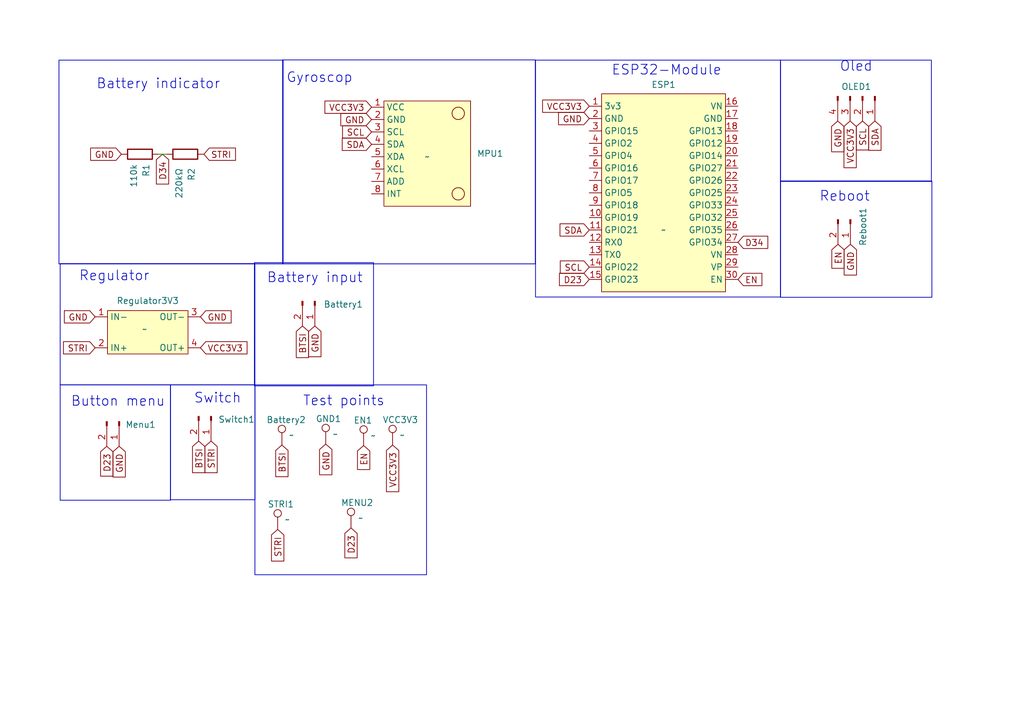
<source format=kicad_sch>
(kicad_sch (version 20230121) (generator eeschema)

  (uuid f46c33c8-782a-49f5-971c-27a888433346)

  (paper "A5")

  (title_block
    (title "Gyroscopic controller")
    (rev "Dominik Klein")
  )

  (lib_symbols
    (symbol "Connector:Conn_01x02_Pin" (pin_names (offset 1.016) hide) (in_bom yes) (on_board yes)
      (property "Reference" "J" (at 0 2.54 0)
        (effects (font (size 1.27 1.27)))
      )
      (property "Value" "Conn_01x02_Pin" (at 0 -5.08 0)
        (effects (font (size 1.27 1.27)))
      )
      (property "Footprint" "" (at 0 0 0)
        (effects (font (size 1.27 1.27)) hide)
      )
      (property "Datasheet" "~" (at 0 0 0)
        (effects (font (size 1.27 1.27)) hide)
      )
      (property "ki_locked" "" (at 0 0 0)
        (effects (font (size 1.27 1.27)))
      )
      (property "ki_keywords" "connector" (at 0 0 0)
        (effects (font (size 1.27 1.27)) hide)
      )
      (property "ki_description" "Generic connector, single row, 01x02, script generated" (at 0 0 0)
        (effects (font (size 1.27 1.27)) hide)
      )
      (property "ki_fp_filters" "Connector*:*_1x??_*" (at 0 0 0)
        (effects (font (size 1.27 1.27)) hide)
      )
      (symbol "Conn_01x02_Pin_1_1"
        (polyline
          (pts
            (xy 1.27 -2.54)
            (xy 0.8636 -2.54)
          )
          (stroke (width 0.1524) (type default))
          (fill (type none))
        )
        (polyline
          (pts
            (xy 1.27 0)
            (xy 0.8636 0)
          )
          (stroke (width 0.1524) (type default))
          (fill (type none))
        )
        (rectangle (start 0.8636 -2.413) (end 0 -2.667)
          (stroke (width 0.1524) (type default))
          (fill (type outline))
        )
        (rectangle (start 0.8636 0.127) (end 0 -0.127)
          (stroke (width 0.1524) (type default))
          (fill (type outline))
        )
        (pin passive line (at 5.08 0 180) (length 3.81)
          (name "Pin_1" (effects (font (size 1.27 1.27))))
          (number "1" (effects (font (size 1.27 1.27))))
        )
        (pin passive line (at 5.08 -2.54 180) (length 3.81)
          (name "Pin_2" (effects (font (size 1.27 1.27))))
          (number "2" (effects (font (size 1.27 1.27))))
        )
      )
    )
    (symbol "Connector:Conn_01x04_Pin" (pin_names (offset 1.016) hide) (in_bom yes) (on_board yes)
      (property "Reference" "J" (at 0 5.08 0)
        (effects (font (size 1.27 1.27)))
      )
      (property "Value" "Conn_01x04_Pin" (at 0 -7.62 0)
        (effects (font (size 1.27 1.27)))
      )
      (property "Footprint" "" (at 0 0 0)
        (effects (font (size 1.27 1.27)) hide)
      )
      (property "Datasheet" "~" (at 0 0 0)
        (effects (font (size 1.27 1.27)) hide)
      )
      (property "ki_locked" "" (at 0 0 0)
        (effects (font (size 1.27 1.27)))
      )
      (property "ki_keywords" "connector" (at 0 0 0)
        (effects (font (size 1.27 1.27)) hide)
      )
      (property "ki_description" "Generic connector, single row, 01x04, script generated" (at 0 0 0)
        (effects (font (size 1.27 1.27)) hide)
      )
      (property "ki_fp_filters" "Connector*:*_1x??_*" (at 0 0 0)
        (effects (font (size 1.27 1.27)) hide)
      )
      (symbol "Conn_01x04_Pin_1_1"
        (polyline
          (pts
            (xy 1.27 -5.08)
            (xy 0.8636 -5.08)
          )
          (stroke (width 0.1524) (type default))
          (fill (type none))
        )
        (polyline
          (pts
            (xy 1.27 -2.54)
            (xy 0.8636 -2.54)
          )
          (stroke (width 0.1524) (type default))
          (fill (type none))
        )
        (polyline
          (pts
            (xy 1.27 0)
            (xy 0.8636 0)
          )
          (stroke (width 0.1524) (type default))
          (fill (type none))
        )
        (polyline
          (pts
            (xy 1.27 2.54)
            (xy 0.8636 2.54)
          )
          (stroke (width 0.1524) (type default))
          (fill (type none))
        )
        (rectangle (start 0.8636 -4.953) (end 0 -5.207)
          (stroke (width 0.1524) (type default))
          (fill (type outline))
        )
        (rectangle (start 0.8636 -2.413) (end 0 -2.667)
          (stroke (width 0.1524) (type default))
          (fill (type outline))
        )
        (rectangle (start 0.8636 0.127) (end 0 -0.127)
          (stroke (width 0.1524) (type default))
          (fill (type outline))
        )
        (rectangle (start 0.8636 2.667) (end 0 2.413)
          (stroke (width 0.1524) (type default))
          (fill (type outline))
        )
        (pin passive line (at 5.08 2.54 180) (length 3.81)
          (name "Pin_1" (effects (font (size 1.27 1.27))))
          (number "1" (effects (font (size 1.27 1.27))))
        )
        (pin passive line (at 5.08 0 180) (length 3.81)
          (name "Pin_2" (effects (font (size 1.27 1.27))))
          (number "2" (effects (font (size 1.27 1.27))))
        )
        (pin passive line (at 5.08 -2.54 180) (length 3.81)
          (name "Pin_3" (effects (font (size 1.27 1.27))))
          (number "3" (effects (font (size 1.27 1.27))))
        )
        (pin passive line (at 5.08 -5.08 180) (length 3.81)
          (name "Pin_4" (effects (font (size 1.27 1.27))))
          (number "4" (effects (font (size 1.27 1.27))))
        )
      )
    )
    (symbol "Connector:TestPoint" (pin_numbers hide) (pin_names (offset 0.762) hide) (in_bom yes) (on_board yes)
      (property "Reference" "TP" (at 0 6.858 0)
        (effects (font (size 1.27 1.27)))
      )
      (property "Value" "TestPoint" (at 0 5.08 0)
        (effects (font (size 1.27 1.27)))
      )
      (property "Footprint" "" (at 5.08 0 0)
        (effects (font (size 1.27 1.27)) hide)
      )
      (property "Datasheet" "~" (at 5.08 0 0)
        (effects (font (size 1.27 1.27)) hide)
      )
      (property "ki_keywords" "test point tp" (at 0 0 0)
        (effects (font (size 1.27 1.27)) hide)
      )
      (property "ki_description" "test point" (at 0 0 0)
        (effects (font (size 1.27 1.27)) hide)
      )
      (property "ki_fp_filters" "Pin* Test*" (at 0 0 0)
        (effects (font (size 1.27 1.27)) hide)
      )
      (symbol "TestPoint_0_1"
        (circle (center 0 3.302) (radius 0.762)
          (stroke (width 0) (type default))
          (fill (type none))
        )
      )
      (symbol "TestPoint_1_1"
        (pin passive line (at 0 0 90) (length 2.54)
          (name "1" (effects (font (size 1.27 1.27))))
          (number "1" (effects (font (size 1.27 1.27))))
        )
      )
    )
    (symbol "Device:R" (pin_numbers hide) (pin_names (offset 0)) (in_bom yes) (on_board yes)
      (property "Reference" "R" (at 2.032 0 90)
        (effects (font (size 1.27 1.27)))
      )
      (property "Value" "R" (at 0 0 90)
        (effects (font (size 1.27 1.27)))
      )
      (property "Footprint" "" (at -1.778 0 90)
        (effects (font (size 1.27 1.27)) hide)
      )
      (property "Datasheet" "~" (at 0 0 0)
        (effects (font (size 1.27 1.27)) hide)
      )
      (property "ki_keywords" "R res resistor" (at 0 0 0)
        (effects (font (size 1.27 1.27)) hide)
      )
      (property "ki_description" "Resistor" (at 0 0 0)
        (effects (font (size 1.27 1.27)) hide)
      )
      (property "ki_fp_filters" "R_*" (at 0 0 0)
        (effects (font (size 1.27 1.27)) hide)
      )
      (symbol "R_0_1"
        (rectangle (start -1.016 -2.54) (end 1.016 2.54)
          (stroke (width 0.254) (type default))
          (fill (type none))
        )
      )
      (symbol "R_1_1"
        (pin passive line (at 0 3.81 270) (length 1.27)
          (name "~" (effects (font (size 1.27 1.27))))
          (number "1" (effects (font (size 1.27 1.27))))
        )
        (pin passive line (at 0 -3.81 90) (length 1.27)
          (name "~" (effects (font (size 1.27 1.27))))
          (number "2" (effects (font (size 1.27 1.27))))
        )
      )
    )
    (symbol "Gyroskopicke-pomucky:ESP32" (in_bom yes) (on_board yes)
      (property "Reference" "ESP32" (at 0 -11.43 0)
        (effects (font (size 1.27 1.27)))
      )
      (property "Value" "" (at 0 0 0)
        (effects (font (size 1.27 1.27)))
      )
      (property "Footprint" "Gyroskopicke-pomucky:ESP32_30Pin_Module" (at 1.27 -13.97 0)
        (effects (font (size 1.27 1.27)) hide)
      )
      (property "Datasheet" "" (at 0 0 0)
        (effects (font (size 1.27 1.27)) hide)
      )
      (symbol "ESP32_1_1"
        (rectangle (start -12.7 27.94) (end 12.7 -12.7)
          (stroke (width 0) (type default))
          (fill (type background))
        )
        (pin input line (at -15.24 25.4 0) (length 2.54)
          (name "3v3" (effects (font (size 1.27 1.27))))
          (number "1" (effects (font (size 1.27 1.27))))
        )
        (pin input line (at -15.24 2.54 0) (length 2.54)
          (name "GPIO19" (effects (font (size 1.27 1.27))))
          (number "10" (effects (font (size 1.27 1.27))))
        )
        (pin input line (at -15.24 0 0) (length 2.54)
          (name "GPIO21" (effects (font (size 1.27 1.27))))
          (number "11" (effects (font (size 1.27 1.27))))
        )
        (pin input line (at -15.24 -2.54 0) (length 2.54)
          (name "RX0" (effects (font (size 1.27 1.27))))
          (number "12" (effects (font (size 1.27 1.27))))
        )
        (pin input line (at -15.24 -5.08 0) (length 2.54)
          (name "TX0" (effects (font (size 1.27 1.27))))
          (number "13" (effects (font (size 1.27 1.27))))
        )
        (pin input line (at -15.24 -7.62 0) (length 2.54)
          (name "GPIO22" (effects (font (size 1.27 1.27))))
          (number "14" (effects (font (size 1.27 1.27))))
        )
        (pin input line (at -15.24 -10.16 0) (length 2.54)
          (name "GPIO23" (effects (font (size 1.27 1.27))))
          (number "15" (effects (font (size 1.27 1.27))))
        )
        (pin input line (at 15.24 25.4 180) (length 2.54)
          (name "VN" (effects (font (size 1.27 1.27))))
          (number "16" (effects (font (size 1.27 1.27))))
        )
        (pin input line (at 15.24 22.86 180) (length 2.54)
          (name "GND" (effects (font (size 1.27 1.27))))
          (number "17" (effects (font (size 1.27 1.27))))
        )
        (pin input line (at 15.24 20.32 180) (length 2.54)
          (name "GPIO13" (effects (font (size 1.27 1.27))))
          (number "18" (effects (font (size 1.27 1.27))))
        )
        (pin input line (at 15.24 17.78 180) (length 2.54)
          (name "GPIO12" (effects (font (size 1.27 1.27))))
          (number "19" (effects (font (size 1.27 1.27))))
        )
        (pin input line (at -15.24 22.86 0) (length 2.54)
          (name "GND" (effects (font (size 1.27 1.27))))
          (number "2" (effects (font (size 1.27 1.27))))
        )
        (pin input line (at 15.24 15.24 180) (length 2.54)
          (name "GPIO14" (effects (font (size 1.27 1.27))))
          (number "20" (effects (font (size 1.27 1.27))))
        )
        (pin input line (at 15.24 12.7 180) (length 2.54)
          (name "GPIO27" (effects (font (size 1.27 1.27))))
          (number "21" (effects (font (size 1.27 1.27))))
        )
        (pin input line (at 15.24 10.16 180) (length 2.54)
          (name "GPIO26" (effects (font (size 1.27 1.27))))
          (number "22" (effects (font (size 1.27 1.27))))
        )
        (pin input line (at 15.24 7.62 180) (length 2.54)
          (name "GPIO25" (effects (font (size 1.27 1.27))))
          (number "23" (effects (font (size 1.27 1.27))))
        )
        (pin input line (at 15.24 5.08 180) (length 2.54)
          (name "GPIO33" (effects (font (size 1.27 1.27))))
          (number "24" (effects (font (size 1.27 1.27))))
        )
        (pin input line (at 15.24 2.54 180) (length 2.54)
          (name "GPIO32" (effects (font (size 1.27 1.27))))
          (number "25" (effects (font (size 1.27 1.27))))
        )
        (pin input line (at 15.24 0 180) (length 2.54)
          (name "GPIO35" (effects (font (size 1.27 1.27))))
          (number "26" (effects (font (size 1.27 1.27))))
        )
        (pin input line (at 15.24 -2.54 180) (length 2.54)
          (name "GPIO34" (effects (font (size 1.27 1.27))))
          (number "27" (effects (font (size 1.27 1.27))))
        )
        (pin input line (at 15.24 -5.08 180) (length 2.54)
          (name "VN" (effects (font (size 1.27 1.27))))
          (number "28" (effects (font (size 1.27 1.27))))
        )
        (pin input line (at 15.24 -7.62 180) (length 2.54)
          (name "VP" (effects (font (size 1.27 1.27))))
          (number "29" (effects (font (size 1.27 1.27))))
        )
        (pin input line (at -15.24 20.32 0) (length 2.54)
          (name "GPIO15" (effects (font (size 1.27 1.27))))
          (number "3" (effects (font (size 1.27 1.27))))
        )
        (pin input line (at 15.24 -10.16 180) (length 2.54)
          (name "EN" (effects (font (size 1.27 1.27))))
          (number "30" (effects (font (size 1.27 1.27))))
        )
        (pin input line (at -15.24 17.78 0) (length 2.54)
          (name "GPIO2" (effects (font (size 1.27 1.27))))
          (number "4" (effects (font (size 1.27 1.27))))
        )
        (pin input line (at -15.24 15.24 0) (length 2.54)
          (name "GPIO4" (effects (font (size 1.27 1.27))))
          (number "5" (effects (font (size 1.27 1.27))))
        )
        (pin input line (at -15.24 12.7 0) (length 2.54)
          (name "GPIO16" (effects (font (size 1.27 1.27))))
          (number "6" (effects (font (size 1.27 1.27))))
        )
        (pin input line (at -15.24 10.16 0) (length 2.54)
          (name "GPIO17" (effects (font (size 1.27 1.27))))
          (number "7" (effects (font (size 1.27 1.27))))
        )
        (pin input line (at -15.24 7.62 0) (length 2.54)
          (name "GPIO5" (effects (font (size 1.27 1.27))))
          (number "8" (effects (font (size 1.27 1.27))))
        )
        (pin input line (at -15.24 5.08 0) (length 2.54)
          (name "GPIO18" (effects (font (size 1.27 1.27))))
          (number "9" (effects (font (size 1.27 1.27))))
        )
      )
    )
    (symbol "Gyroskopicke-pomucky:Gyroskop" (in_bom yes) (on_board yes)
      (property "Reference" "MPU6050" (at 0 -16.51 0)
        (effects (font (size 1.27 1.27)))
      )
      (property "Value" "" (at 0 0 0)
        (effects (font (size 1.27 1.27)))
      )
      (property "Footprint" "" (at 0 0 0)
        (effects (font (size 1.27 1.27)) hide)
      )
      (property "Datasheet" "" (at 0 0 0)
        (effects (font (size 1.27 1.27)) hide)
      )
      (symbol "Gyroskop_1_1"
        (rectangle (start -8.89 11.43) (end 8.89 -10.16)
          (stroke (width 0) (type default))
          (fill (type background))
        )
        (circle (center 6.35 -7.62) (radius 1.27)
          (stroke (width 0) (type default))
          (fill (type none))
        )
        (circle (center 6.35 8.89) (radius 1.27)
          (stroke (width 0) (type default))
          (fill (type none))
        )
        (pin input line (at -11.43 10.16 0) (length 2.54)
          (name "VCC" (effects (font (size 1.27 1.27))))
          (number "1" (effects (font (size 1.27 1.27))))
        )
        (pin input line (at -11.43 7.62 0) (length 2.54)
          (name "GND" (effects (font (size 1.27 1.27))))
          (number "2" (effects (font (size 1.27 1.27))))
        )
        (pin input line (at -11.43 5.08 0) (length 2.54)
          (name "SCL" (effects (font (size 1.27 1.27))))
          (number "3" (effects (font (size 1.27 1.27))))
        )
        (pin input line (at -11.43 2.54 0) (length 2.54)
          (name "SDA" (effects (font (size 1.27 1.27))))
          (number "4" (effects (font (size 1.27 1.27))))
        )
        (pin input line (at -11.43 0 0) (length 2.54)
          (name "XDA" (effects (font (size 1.27 1.27))))
          (number "5" (effects (font (size 1.27 1.27))))
        )
        (pin input line (at -11.43 -2.54 0) (length 2.54)
          (name "XCL" (effects (font (size 1.27 1.27))))
          (number "6" (effects (font (size 1.27 1.27))))
        )
        (pin input line (at -11.43 -5.08 0) (length 2.54)
          (name "ADD" (effects (font (size 1.27 1.27))))
          (number "7" (effects (font (size 1.27 1.27))))
        )
        (pin input line (at -11.43 -7.62 0) (length 2.54)
          (name "INT" (effects (font (size 1.27 1.27))))
          (number "8" (effects (font (size 1.27 1.27))))
        )
      )
    )
    (symbol "Regulator_1" (in_bom yes) (on_board yes)
      (property "Reference" "Regulator3V3" (at 0 5.08 0)
        (effects (font (size 1.27 1.27)))
      )
      (property "Value" "" (at 0 0 0)
        (effects (font (size 1.27 1.27)))
      )
      (property "Footprint" "Gyroskopicke-pomucky:Regulator" (at 0 -7.62 0)
        (effects (font (size 1.27 1.27)) hide)
      )
      (property "Datasheet" "" (at 0 0 0)
        (effects (font (size 1.27 1.27)) hide)
      )
      (symbol "Regulator_1_1_1"
        (rectangle (start -7.62 3.81) (end 8.89 -5.08)
          (stroke (width 0) (type default))
          (fill (type background))
        )
        (pin input line (at -10.16 2.54 0) (length 2.54)
          (name "IN-" (effects (font (size 1.27 1.27))))
          (number "1" (effects (font (size 1.27 1.27))))
        )
        (pin input line (at -10.16 -3.81 0) (length 2.54)
          (name "IN+" (effects (font (size 1.27 1.27))))
          (number "2" (effects (font (size 1.27 1.27))))
        )
        (pin input line (at 11.43 2.54 180) (length 2.54)
          (name "OUT-" (effects (font (size 1.27 1.27))))
          (number "3" (effects (font (size 1.27 1.27))))
        )
        (pin input line (at 11.43 -3.81 180) (length 2.54)
          (name "OUT+" (effects (font (size 1.27 1.27))))
          (number "4" (effects (font (size 1.27 1.27))))
        )
      )
    )
  )


  (wire (pts (xy 34.1884 31.6484) (xy 32.512 31.6484))
    (stroke (width 0) (type default))
    (uuid 24ae18e0-6c06-444d-890f-6374ce5c57b7)
  )

  (rectangle (start 52.2732 78.994) (end 87.4776 117.9576)
    (stroke (width 0) (type default))
    (fill (type none))
    (uuid 84373380-8c4e-4f55-8895-e78752065d8b)
  )
  (rectangle (start 160.0708 37.1348) (end 191.1096 61.0108)
    (stroke (width 0) (type default))
    (fill (type none))
    (uuid aab4d5d6-1fc8-483f-a5f1-8bc30b0504f1)
  )
  (rectangle (start 34.9504 78.994) (end 52.2732 102.5652)
    (stroke (width 0) (type default))
    (fill (type none))
    (uuid b1da384c-a982-4e9d-9b76-55103a3b554e)
  )
  (rectangle (start 12.3444 54.102) (end 52.2732 78.994)
    (stroke (width 0) (type default))
    (fill (type none))
    (uuid ce2eea9f-6a35-44f0-92c8-9467e234a583)
  )
  (rectangle (start 57.9628 12.2936) (end 109.7788 54.1528)
    (stroke (width 0) (type default))
    (fill (type none))
    (uuid ce5316ca-6fb9-4ed5-aa1e-8beccb783e97)
  )
  (rectangle (start 109.8296 12.3444) (end 160.0708 60.96)
    (stroke (width 0) (type default))
    (fill (type none))
    (uuid d71bc247-0a7d-4f37-8b08-9b2d733100ba)
  )
  (rectangle (start 160.0708 12.3444) (end 191.008 37.2364)
    (stroke (width 0) (type default))
    (fill (type none))
    (uuid d9c08bc0-2a5c-49b3-b766-9f3e57686b23)
  )
  (rectangle (start 12.3444 78.994) (end 34.9504 102.6668)
    (stroke (width 0) (type default))
    (fill (type none))
    (uuid dc518b70-819c-4d70-a8dc-89f36319f9b5)
  )
  (rectangle (start 12.0904 12.3444) (end 58.0644 54.1528)
    (stroke (width 0) (type default))
    (fill (type none))
    (uuid ef2530a8-86b3-446f-ab3f-60fc149d35fe)
  )
  (rectangle (start 52.1716 53.8988) (end 76.6064 79.1972)
    (stroke (width 0) (type default))
    (fill (type none))
    (uuid fd2306d0-85b4-48b8-922b-00e4a8a7d658)
  )

  (text "Button menu\n" (at 14.478 83.6676 0)
    (effects (font (size 2 2)) (justify left bottom))
    (uuid 3ce0209f-df2a-4dde-97e4-df4bcc871e9e)
  )
  (text "Reboot\n\n" (at 167.9956 44.8056 0)
    (effects (font (size 2 2)) (justify left bottom))
    (uuid 429b915e-731c-481b-80a9-7dc96d858b3a)
  )
  (text "ESP32-Module" (at 125.3744 15.6972 0)
    (effects (font (size 2 2)) (justify left bottom))
    (uuid 4b8c2468-0322-4862-9475-4a03a4e2dc9d)
  )
  (text "Gyroscop\n\n\n" (at 58.674 23.6728 0)
    (effects (font (size 2 2)) (justify left bottom))
    (uuid 574fbfab-816a-42f6-ae31-14f36af88d45)
  )
  (text "Regulator\n" (at 16.1544 57.912 0)
    (effects (font (size 2 2)) (justify left bottom))
    (uuid 672a3ba4-420d-4dbf-b443-af96c77295d1)
  )
  (text "Oled\n\n" (at 172.1612 18.1356 0)
    (effects (font (size 2 2)) (justify left bottom))
    (uuid 6ee9e5a1-d4ed-4d62-8ac9-e48a46901d18)
  )
  (text "Battery indicator\n\n\n" (at 19.7104 24.9428 0)
    (effects (font (size 2 2)) (justify left bottom))
    (uuid 7298273f-14ac-42cb-a5d9-d7bf0dcdaf7b)
  )
  (text "Battery input\n\n" (at 54.6608 61.5188 0)
    (effects (font (size 2 2)) (justify left bottom))
    (uuid 7aad5b9d-f3b7-43c9-98d4-d32564652d17)
  )
  (text "Switch\n" (at 39.7256 83.0072 0)
    (effects (font (size 2 2)) (justify left bottom))
    (uuid d579d189-cbf6-4f0e-9726-bd98ee88ae3f)
  )
  (text "Test points\n" (at 62.0776 83.566 0)
    (effects (font (size 2 2)) (justify left bottom))
    (uuid e7fc5ca7-426a-4717-b722-97d1e655c5ca)
  )

  (global_label "BTSI" (shape input) (at 62.0268 66.9036 270) (fields_autoplaced)
    (effects (font (size 1.27 1.27)) (justify right))
    (uuid 076a99e5-264a-4f09-b173-deba337a6415)
    (property "Intersheetrefs" "${INTERSHEET_REFS}" (at 62.0268 73.9407 90)
      (effects (font (size 1.27 1.27)) (justify right) hide)
    )
  )
  (global_label "SCL" (shape input) (at 176.8856 24.8412 270) (fields_autoplaced)
    (effects (font (size 1.27 1.27)) (justify right))
    (uuid 08a9fa4a-8cf9-4347-919b-5aa339a8a1fb)
    (property "Intersheetrefs" "${INTERSHEET_REFS}" (at 176.8856 31.334 90)
      (effects (font (size 1.27 1.27)) (justify right) hide)
    )
  )
  (global_label "VCC3V3" (shape input) (at 80.518 91.3384 270) (fields_autoplaced)
    (effects (font (size 1.27 1.27)) (justify right))
    (uuid 1502a40e-c438-400d-a6c0-b24cdb73167e)
    (property "Intersheetrefs" "${INTERSHEET_REFS}" (at 80.518 101.4598 90)
      (effects (font (size 1.27 1.27)) (justify right) hide)
    )
  )
  (global_label "GND" (shape input) (at 24.892 31.6484 180) (fields_autoplaced)
    (effects (font (size 1.27 1.27)) (justify right))
    (uuid 26299a52-8dd0-4fb6-85ce-6792defe1d3b)
    (property "Intersheetrefs" "${INTERSHEET_REFS}" (at 18.0363 31.6484 0)
      (effects (font (size 1.27 1.27)) (justify right) hide)
    )
  )
  (global_label "D34" (shape input) (at 151.3332 49.7332 0) (fields_autoplaced)
    (effects (font (size 1.27 1.27)) (justify left))
    (uuid 30306e90-30c2-49f0-9399-78044e9400b0)
    (property "Intersheetrefs" "${INTERSHEET_REFS}" (at 158.0074 49.7332 0)
      (effects (font (size 1.27 1.27)) (justify left) hide)
    )
  )
  (global_label "STRI" (shape input) (at 41.8084 31.6484 0) (fields_autoplaced)
    (effects (font (size 1.27 1.27)) (justify left))
    (uuid 3090365e-fdaf-4a52-99e3-38b0444f61a1)
    (property "Intersheetrefs" "${INTERSHEET_REFS}" (at 48.8455 31.6484 0)
      (effects (font (size 1.27 1.27)) (justify left) hide)
    )
  )
  (global_label "D34" (shape input) (at 33.3291 31.6484 270) (fields_autoplaced)
    (effects (font (size 1.27 1.27)) (justify right))
    (uuid 32066b88-854f-4e05-ab7f-7c462084a7f5)
    (property "Intersheetrefs" "${INTERSHEET_REFS}" (at 33.3291 38.3226 90)
      (effects (font (size 1.27 1.27)) (justify right) hide)
    )
  )
  (global_label "VCC3V3" (shape input) (at 76.2 21.9964 180) (fields_autoplaced)
    (effects (font (size 1.27 1.27)) (justify right))
    (uuid 3d8b537f-f669-423d-845f-e69fa111b754)
    (property "Intersheetrefs" "${INTERSHEET_REFS}" (at 66.0786 21.9964 0)
      (effects (font (size 1.27 1.27)) (justify right) hide)
    )
  )
  (global_label "GND" (shape input) (at 171.8056 24.8412 270) (fields_autoplaced)
    (effects (font (size 1.27 1.27)) (justify right))
    (uuid 3ed60dde-5f72-4e86-8b27-af7e2475edb4)
    (property "Intersheetrefs" "${INTERSHEET_REFS}" (at 171.8056 31.6969 90)
      (effects (font (size 1.27 1.27)) (justify right) hide)
    )
  )
  (global_label "GND" (shape input) (at 76.2 24.5364 180) (fields_autoplaced)
    (effects (font (size 1.27 1.27)) (justify right))
    (uuid 4ec4db61-dd00-468d-9381-90f80cd4e421)
    (property "Intersheetrefs" "${INTERSHEET_REFS}" (at 69.3443 24.5364 0)
      (effects (font (size 1.27 1.27)) (justify right) hide)
    )
  )
  (global_label "SDA" (shape input) (at 179.4256 24.8412 270) (fields_autoplaced)
    (effects (font (size 1.27 1.27)) (justify right))
    (uuid 5c1791b9-c356-47a2-b333-9465d202cb72)
    (property "Intersheetrefs" "${INTERSHEET_REFS}" (at 179.4256 31.3945 90)
      (effects (font (size 1.27 1.27)) (justify right) hide)
    )
  )
  (global_label "GND" (shape input) (at 120.8532 24.3332 180) (fields_autoplaced)
    (effects (font (size 1.27 1.27)) (justify right))
    (uuid 6039eb1f-c736-4b6e-bdbf-fdd7f88e9387)
    (property "Intersheetrefs" "${INTERSHEET_REFS}" (at 113.9975 24.3332 0)
      (effects (font (size 1.27 1.27)) (justify right) hide)
    )
  )
  (global_label "GND" (shape input) (at 19.5072 65.024 180) (fields_autoplaced)
    (effects (font (size 1.27 1.27)) (justify right))
    (uuid 68c0d79c-0fe0-48e8-ab38-584a92e796f1)
    (property "Intersheetrefs" "${INTERSHEET_REFS}" (at 12.6515 65.024 0)
      (effects (font (size 1.27 1.27)) (justify right) hide)
    )
  )
  (global_label "SDA" (shape input) (at 120.8532 47.1932 180) (fields_autoplaced)
    (effects (font (size 1.27 1.27)) (justify right))
    (uuid 6de43bb9-dbae-4664-9143-367c1cbe4458)
    (property "Intersheetrefs" "${INTERSHEET_REFS}" (at 114.2999 47.1932 0)
      (effects (font (size 1.27 1.27)) (justify right) hide)
    )
  )
  (global_label "VCC3V3" (shape input) (at 41.0972 71.374 0) (fields_autoplaced)
    (effects (font (size 1.27 1.27)) (justify left))
    (uuid 7b57ddb1-9c69-421d-90c8-643481c78344)
    (property "Intersheetrefs" "${INTERSHEET_REFS}" (at 51.2186 71.374 0)
      (effects (font (size 1.27 1.27)) (justify left) hide)
    )
  )
  (global_label "BTSI" (shape input) (at 40.7416 90.5256 270) (fields_autoplaced)
    (effects (font (size 1.27 1.27)) (justify right))
    (uuid 7b64aa25-e012-4a30-87c8-3540c81bc4b1)
    (property "Intersheetrefs" "${INTERSHEET_REFS}" (at 40.7416 97.5627 90)
      (effects (font (size 1.27 1.27)) (justify right) hide)
    )
  )
  (global_label "SCL" (shape input) (at 76.2 27.0764 180) (fields_autoplaced)
    (effects (font (size 1.27 1.27)) (justify right))
    (uuid 8091eda2-ed0b-42ff-96fb-b315b06a889a)
    (property "Intersheetrefs" "${INTERSHEET_REFS}" (at 69.7072 27.0764 0)
      (effects (font (size 1.27 1.27)) (justify right) hide)
    )
  )
  (global_label "EN" (shape input) (at 74.5744 91.44 270) (fields_autoplaced)
    (effects (font (size 1.27 1.27)) (justify right))
    (uuid 8cee68b7-9206-452f-bc72-9755018615e3)
    (property "Intersheetrefs" "${INTERSHEET_REFS}" (at 74.5744 96.9047 90)
      (effects (font (size 1.27 1.27)) (justify right) hide)
    )
  )
  (global_label "EN" (shape input) (at 171.8564 50.1396 270) (fields_autoplaced)
    (effects (font (size 1.27 1.27)) (justify right))
    (uuid 8d053649-0265-407a-9c9e-717c37e69e3c)
    (property "Intersheetrefs" "${INTERSHEET_REFS}" (at 171.8564 55.6043 90)
      (effects (font (size 1.27 1.27)) (justify right) hide)
    )
  )
  (global_label "VCC3V3" (shape input) (at 120.8532 21.7932 180) (fields_autoplaced)
    (effects (font (size 1.27 1.27)) (justify right))
    (uuid 97fbac8b-2a00-48a7-a3d6-6b2dd6fdc888)
    (property "Intersheetrefs" "${INTERSHEET_REFS}" (at 110.7318 21.7932 0)
      (effects (font (size 1.27 1.27)) (justify right) hide)
    )
  )
  (global_label "STRI" (shape input) (at 43.2816 90.5256 270) (fields_autoplaced)
    (effects (font (size 1.27 1.27)) (justify right))
    (uuid a5b42c7f-e43a-442b-b39b-12c3392c124f)
    (property "Intersheetrefs" "${INTERSHEET_REFS}" (at 43.2816 97.5627 90)
      (effects (font (size 1.27 1.27)) (justify right) hide)
    )
  )
  (global_label "STRI" (shape input) (at 56.9468 108.6612 270) (fields_autoplaced)
    (effects (font (size 1.27 1.27)) (justify right))
    (uuid b3b07484-ebb8-40bc-9a26-6055aa8ec952)
    (property "Intersheetrefs" "${INTERSHEET_REFS}" (at 56.9468 115.6983 90)
      (effects (font (size 1.27 1.27)) (justify right) hide)
    )
  )
  (global_label "GND" (shape input) (at 41.0972 65.024 0) (fields_autoplaced)
    (effects (font (size 1.27 1.27)) (justify left))
    (uuid b5b43983-70ed-46a8-a873-7ac3cc818c0a)
    (property "Intersheetrefs" "${INTERSHEET_REFS}" (at 47.9529 65.024 0)
      (effects (font (size 1.27 1.27)) (justify left) hide)
    )
  )
  (global_label "STRI" (shape input) (at 19.5072 71.374 180) (fields_autoplaced)
    (effects (font (size 1.27 1.27)) (justify right))
    (uuid b8e0e4c8-c7d4-4917-8dbf-96c3431fb5c7)
    (property "Intersheetrefs" "${INTERSHEET_REFS}" (at 12.4701 71.374 0)
      (effects (font (size 1.27 1.27)) (justify right) hide)
    )
  )
  (global_label "BTSI" (shape input) (at 57.8104 91.3384 270) (fields_autoplaced)
    (effects (font (size 1.27 1.27)) (justify right))
    (uuid c0e2547a-eb84-4e80-8b1a-2182398d1837)
    (property "Intersheetrefs" "${INTERSHEET_REFS}" (at 57.8104 98.3755 90)
      (effects (font (size 1.27 1.27)) (justify right) hide)
    )
  )
  (global_label "SCL" (shape input) (at 120.8532 54.8132 180) (fields_autoplaced)
    (effects (font (size 1.27 1.27)) (justify right))
    (uuid c105d76e-1c63-447c-bd22-c5d49086cf55)
    (property "Intersheetrefs" "${INTERSHEET_REFS}" (at 114.3604 54.8132 0)
      (effects (font (size 1.27 1.27)) (justify right) hide)
    )
  )
  (global_label "D23" (shape input) (at 71.9836 108.3564 270) (fields_autoplaced)
    (effects (font (size 1.27 1.27)) (justify right))
    (uuid d74f3a97-b018-485a-ab44-983677d08798)
    (property "Intersheetrefs" "${INTERSHEET_REFS}" (at 71.9836 115.0306 90)
      (effects (font (size 1.27 1.27)) (justify right) hide)
    )
  )
  (global_label "SDA" (shape input) (at 76.2 29.6164 180) (fields_autoplaced)
    (effects (font (size 1.27 1.27)) (justify right))
    (uuid da909092-03a3-4eb7-9be4-dda20a80112d)
    (property "Intersheetrefs" "${INTERSHEET_REFS}" (at 69.6467 29.6164 0)
      (effects (font (size 1.27 1.27)) (justify right) hide)
    )
  )
  (global_label "GND" (shape input) (at 64.5668 66.9036 270) (fields_autoplaced)
    (effects (font (size 1.27 1.27)) (justify right))
    (uuid e958596c-bc17-4fb7-b8c1-3761663b42b7)
    (property "Intersheetrefs" "${INTERSHEET_REFS}" (at 64.5668 73.7593 90)
      (effects (font (size 1.27 1.27)) (justify right) hide)
    )
  )
  (global_label "GND" (shape input) (at 174.3964 50.1396 270) (fields_autoplaced)
    (effects (font (size 1.27 1.27)) (justify right))
    (uuid f210e2eb-9609-4bc3-94a3-c8d417bf3f4f)
    (property "Intersheetrefs" "${INTERSHEET_REFS}" (at 174.3964 56.9953 90)
      (effects (font (size 1.27 1.27)) (justify right) hide)
    )
  )
  (global_label "EN" (shape input) (at 151.3332 57.3532 0) (fields_autoplaced)
    (effects (font (size 1.27 1.27)) (justify left))
    (uuid f395e03c-9c81-42c6-8266-581b074498f8)
    (property "Intersheetrefs" "${INTERSHEET_REFS}" (at 156.7979 57.3532 0)
      (effects (font (size 1.27 1.27)) (justify left) hide)
    )
  )
  (global_label "D23" (shape input) (at 120.8532 57.3532 180) (fields_autoplaced)
    (effects (font (size 1.27 1.27)) (justify right))
    (uuid f6654c7e-65f0-4e24-9407-67ea9bdbebca)
    (property "Intersheetrefs" "${INTERSHEET_REFS}" (at 114.179 57.3532 0)
      (effects (font (size 1.27 1.27)) (justify right) hide)
    )
  )
  (global_label "GND" (shape input) (at 24.4348 91.5924 270) (fields_autoplaced)
    (effects (font (size 1.27 1.27)) (justify right))
    (uuid fa284095-646a-41f1-ae98-ce8223f447e2)
    (property "Intersheetrefs" "${INTERSHEET_REFS}" (at 24.4348 98.4481 90)
      (effects (font (size 1.27 1.27)) (justify right) hide)
    )
  )
  (global_label "D23" (shape input) (at 21.8948 91.5924 270) (fields_autoplaced)
    (effects (font (size 1.27 1.27)) (justify right))
    (uuid fa79c0ed-744b-4915-bf6d-c5f35c158163)
    (property "Intersheetrefs" "${INTERSHEET_REFS}" (at 21.8948 98.2666 90)
      (effects (font (size 1.27 1.27)) (justify right) hide)
    )
  )
  (global_label "GND" (shape input) (at 66.802 91.1352 270) (fields_autoplaced)
    (effects (font (size 1.27 1.27)) (justify right))
    (uuid fafe0e50-aee2-4756-af34-dfffbf6ff452)
    (property "Intersheetrefs" "${INTERSHEET_REFS}" (at 66.802 97.9909 90)
      (effects (font (size 1.27 1.27)) (justify right) hide)
    )
  )
  (global_label "VCC3V3" (shape input) (at 174.3456 24.8412 270) (fields_autoplaced)
    (effects (font (size 1.27 1.27)) (justify right))
    (uuid fe9ac87e-00fa-4036-b47e-6f9b4fdb4ffb)
    (property "Intersheetrefs" "${INTERSHEET_REFS}" (at 174.3456 34.9626 90)
      (effects (font (size 1.27 1.27)) (justify right) hide)
    )
  )

  (symbol (lib_id "Connector:Conn_01x02_Pin") (at 43.2816 85.4456 270) (unit 1)
    (in_bom yes) (on_board yes) (dnp no) (fields_autoplaced)
    (uuid 0721ca99-1f6a-4150-8004-accfe5f25efa)
    (property "Reference" "Switch1" (at 44.7548 86.0806 90)
      (effects (font (size 1.27 1.27)) (justify left))
    )
    (property "Value" "Conn_01x02_Pin" (at 46.0248 86.0806 0)
      (effects (font (size 1.27 1.27)) hide)
    )
    (property "Footprint" "Gyroskopicke-pomucky:Tlacitko" (at 43.2816 85.4456 0)
      (effects (font (size 1.27 1.27)) hide)
    )
    (property "Datasheet" "~" (at 43.2816 85.4456 0)
      (effects (font (size 1.27 1.27)) hide)
    )
    (pin "1" (uuid f5cb3fc9-85e9-4312-b0fc-6593f6ddcb0f))
    (pin "2" (uuid 5c5c575b-2991-4ad5-93b6-60a5e6d94889))
    (instances
      (project "Gyroskopicky-ovladac"
        (path "/f46c33c8-782a-49f5-971c-27a888433346"
          (reference "Switch1") (unit 1)
        )
      )
    )
  )

  (symbol (lib_id "Connector:Conn_01x02_Pin") (at 174.3964 45.0596 270) (unit 1)
    (in_bom yes) (on_board yes) (dnp no)
    (uuid 1243a7f5-bc0b-47d2-9b31-797239aca253)
    (property "Reference" "Reboot1" (at 176.9872 46.5328 0)
      (effects (font (size 1.27 1.27)))
    )
    (property "Value" "Conn_01x02_Pin" (at 177.1396 45.6946 0)
      (effects (font (size 1.27 1.27)) hide)
    )
    (property "Footprint" "Gyroskopicke-pomucky:Tlacitko" (at 174.3964 45.0596 0)
      (effects (font (size 1.27 1.27)) hide)
    )
    (property "Datasheet" "~" (at 174.3964 45.0596 0)
      (effects (font (size 1.27 1.27)) hide)
    )
    (pin "1" (uuid 494003ed-1105-46c9-90b0-d22103de04cb))
    (pin "2" (uuid f64299b6-3563-42c6-8a89-c678557fac0b))
    (instances
      (project "Gyroskopicky-ovladac"
        (path "/f46c33c8-782a-49f5-971c-27a888433346"
          (reference "Reboot1") (unit 1)
        )
      )
    )
  )

  (symbol (lib_id "Connector:Conn_01x02_Pin") (at 64.5668 61.8236 270) (unit 1)
    (in_bom yes) (on_board yes) (dnp no) (fields_autoplaced)
    (uuid 1b9065da-fb67-417f-b4eb-b393c021df27)
    (property "Reference" "Battery1" (at 66.3448 62.4586 90)
      (effects (font (size 1.27 1.27)) (justify left))
    )
    (property "Value" "Conn_01x02_Pin" (at 67.31 62.4586 0)
      (effects (font (size 1.27 1.27)) hide)
    )
    (property "Footprint" "Gyroskopicke-pomucky:Tlacitko" (at 64.5668 61.8236 0)
      (effects (font (size 1.27 1.27)) hide)
    )
    (property "Datasheet" "~" (at 64.5668 61.8236 0)
      (effects (font (size 1.27 1.27)) hide)
    )
    (pin "1" (uuid 16e0fce9-9634-4cb6-9cff-d68cf1bcc6e3))
    (pin "2" (uuid 98881d66-d3f9-45bb-b6ad-aede182c12b5))
    (instances
      (project "Gyroskopicky-ovladac"
        (path "/f46c33c8-782a-49f5-971c-27a888433346"
          (reference "Battery1") (unit 1)
        )
      )
    )
  )

  (symbol (lib_id "Gyroskopicke-pomucky:Gyroskop") (at 87.63 32.1564 0) (unit 1)
    (in_bom yes) (on_board yes) (dnp no) (fields_autoplaced)
    (uuid 2aa252c7-96e5-4e9d-be9e-3ab85db5f670)
    (property "Reference" "MPU1" (at 97.79 31.5214 0)
      (effects (font (size 1.27 1.27)) (justify left))
    )
    (property "Value" "~" (at 87.63 32.1564 0)
      (effects (font (size 1.27 1.27)))
    )
    (property "Footprint" "Gyroskopicke-pomucky:Gyroskop" (at 87.63 32.1564 0)
      (effects (font (size 1.27 1.27)) hide)
    )
    (property "Datasheet" "" (at 87.63 32.1564 0)
      (effects (font (size 1.27 1.27)) hide)
    )
    (pin "1" (uuid 0a4ed712-e907-40bc-a123-da70046c39e8))
    (pin "2" (uuid c43fba1a-6308-4ebf-8b73-655b6f6e3636))
    (pin "3" (uuid 889ef026-2f05-4c1f-91fe-a803f80f612a))
    (pin "4" (uuid deabfd86-4418-4560-9cc7-a553d37336c7))
    (pin "5" (uuid 3d6e9900-e839-479e-a016-9c96c0b4c75c))
    (pin "6" (uuid 30065496-e550-4fd0-8d37-530877a20f58))
    (pin "7" (uuid a7a255fa-dd7f-4086-b706-de2625632cf6))
    (pin "8" (uuid 424ba860-bc4b-491b-8e8b-46192ac6b3a6))
    (instances
      (project "Gyroskopicky-ovladac"
        (path "/f46c33c8-782a-49f5-971c-27a888433346"
          (reference "MPU1") (unit 1)
        )
      )
    )
  )

  (symbol (lib_id "Connector:Conn_01x04_Pin") (at 176.8856 19.7612 270) (unit 1)
    (in_bom yes) (on_board yes) (dnp no) (fields_autoplaced)
    (uuid 30788f4b-e058-4924-ab51-abc592518fb1)
    (property "Reference" "OLED1" (at 175.6156 17.78 90)
      (effects (font (size 1.27 1.27)))
    )
    (property "Value" "Conn_01x04_Pin" (at 181.6608 20.3962 0)
      (effects (font (size 1.27 1.27)) hide)
    )
    (property "Footprint" "Gyroskopicke-pomucky:OLED" (at 176.8856 19.7612 0)
      (effects (font (size 1.27 1.27)) hide)
    )
    (property "Datasheet" "~" (at 176.8856 19.7612 0)
      (effects (font (size 1.27 1.27)) hide)
    )
    (pin "1" (uuid 35ceace7-dd76-4705-a30a-940c9c6daa84))
    (pin "2" (uuid 72f9c335-e468-40fb-aaf0-2ff8528c738a))
    (pin "3" (uuid f37dd5fb-3e9e-414d-a14c-05a1d9145189))
    (pin "4" (uuid ea55186d-ce57-4343-85b1-6ba0b7c9868e))
    (instances
      (project "Gyroskopicky-ovladac"
        (path "/f46c33c8-782a-49f5-971c-27a888433346"
          (reference "OLED1") (unit 1)
        )
      )
    )
  )

  (symbol (lib_id "Connector:TestPoint") (at 66.802 91.1352 0) (unit 1)
    (in_bom yes) (on_board yes) (dnp no)
    (uuid 311d890a-243b-4561-9ad3-d7dfb18c5f3a)
    (property "Reference" "GND1" (at 64.7192 85.9536 0)
      (effects (font (size 1.27 1.27)) (justify left))
    )
    (property "Value" "~" (at 68.2244 89.1032 0)
      (effects (font (size 1.27 1.27)) (justify left))
    )
    (property "Footprint" "TestPoint:TestPoint_Pad_1.0x1.0mm" (at 71.882 91.1352 0)
      (effects (font (size 1.27 1.27)) hide)
    )
    (property "Datasheet" "~" (at 71.882 91.1352 0)
      (effects (font (size 1.27 1.27)) hide)
    )
    (pin "1" (uuid b1516119-fb1b-4d99-8ef2-287d1f9a6744))
    (instances
      (project "Gyroskopicky-ovladac"
        (path "/f46c33c8-782a-49f5-971c-27a888433346"
          (reference "GND1") (unit 1)
        )
      )
    )
  )

  (symbol (lib_id "Device:R") (at 28.702 31.6484 270) (unit 1)
    (in_bom yes) (on_board yes) (dnp no) (fields_autoplaced)
    (uuid 32be5b4e-b212-439f-92be-e88219c12c6e)
    (property "Reference" "R2" (at 29.972 33.6296 0)
      (effects (font (size 1.27 1.27)) (justify left))
    )
    (property "Value" "110k" (at 27.432 33.6296 0)
      (effects (font (size 1.27 1.27)) (justify left))
    )
    (property "Footprint" "Resistor_THT:R_Axial_DIN0207_L6.3mm_D2.5mm_P10.16mm_Horizontal" (at 28.702 29.8704 90)
      (effects (font (size 1.27 1.27)) hide)
    )
    (property "Datasheet" "~" (at 28.702 31.6484 0)
      (effects (font (size 1.27 1.27)) hide)
    )
    (property "Sim.Device" "R" (at 28.702 31.6484 0)
      (effects (font (size 1.27 1.27)) hide)
    )
    (property "Sim.Pins" "1=+ 2=-" (at 28.702 31.6484 0)
      (effects (font (size 1.27 1.27)) hide)
    )
    (pin "1" (uuid b4a220c0-9d43-4447-ab3c-e4d6564f6d96))
    (pin "2" (uuid 09f4a7b6-9165-47b6-a2fe-f170494703b7))
    (instances
      (project "Maturitas"
        (path "/dc65a39d-dbc3-4e31-bfcb-5b8a0d0009dd"
          (reference "R2") (unit 1)
        )
      )
      (project "Gyroskopicky-ovladac"
        (path "/f46c33c8-782a-49f5-971c-27a888433346"
          (reference "R1") (unit 1)
        )
      )
    )
  )

  (symbol (lib_id "Connector:TestPoint") (at 56.9468 108.6612 0) (unit 1)
    (in_bom yes) (on_board yes) (dnp no)
    (uuid 4d3edf66-7afc-4f63-9b0e-6f47ba0cbda5)
    (property "Reference" "STRI1" (at 54.864 103.4796 0)
      (effects (font (size 1.27 1.27)) (justify left))
    )
    (property "Value" "~" (at 58.3692 106.6292 0)
      (effects (font (size 1.27 1.27)) (justify left))
    )
    (property "Footprint" "TestPoint:TestPoint_Pad_1.0x1.0mm" (at 62.0268 108.6612 0)
      (effects (font (size 1.27 1.27)) hide)
    )
    (property "Datasheet" "~" (at 62.0268 108.6612 0)
      (effects (font (size 1.27 1.27)) hide)
    )
    (pin "1" (uuid 9e6b38bb-fa98-4935-8fd9-3468c225028c))
    (instances
      (project "Gyroskopicky-ovladac"
        (path "/f46c33c8-782a-49f5-971c-27a888433346"
          (reference "STRI1") (unit 1)
        )
      )
    )
  )

  (symbol (lib_name "Regulator_1") (lib_id "Gyroskopicke-pomucky:Regulator") (at 29.6672 67.564 0) (unit 1)
    (in_bom yes) (on_board yes) (dnp no) (fields_autoplaced)
    (uuid 634f66fb-fc14-4d03-982b-f6c899108bbe)
    (property "Reference" "Regulator3V3" (at 30.3022 61.722 0)
      (effects (font (size 1.27 1.27)))
    )
    (property "Value" "~" (at 29.6672 67.564 0)
      (effects (font (size 1.27 1.27)))
    )
    (property "Footprint" "Gyroskopicke-pomucky:Regulator" (at 29.6672 75.184 0)
      (effects (font (size 1.27 1.27)) hide)
    )
    (property "Datasheet" "" (at 29.6672 67.564 0)
      (effects (font (size 1.27 1.27)) hide)
    )
    (pin "1" (uuid 93a4668b-b026-4ec4-9e5b-930fe40c1904))
    (pin "2" (uuid 891fa501-5a99-42fa-9759-f3035fd2435d))
    (pin "3" (uuid dfc30f9c-a387-4812-bba9-0cdcecf04232))
    (pin "4" (uuid 59762a1f-a4c8-44c8-8aa5-eaff885edac6))
    (instances
      (project "Gyroskopicky-ovladac"
        (path "/f46c33c8-782a-49f5-971c-27a888433346"
          (reference "Regulator3V3") (unit 1)
        )
      )
    )
  )

  (symbol (lib_id "Connector:Conn_01x02_Pin") (at 24.4348 86.5124 270) (unit 1)
    (in_bom yes) (on_board yes) (dnp no) (fields_autoplaced)
    (uuid 72f44e4d-10da-4353-8282-ddefca5dee9c)
    (property "Reference" "Menu1" (at 25.7048 87.1474 90)
      (effects (font (size 1.27 1.27)) (justify left))
    )
    (property "Value" "Conn_01x02_Pin" (at 27.178 87.1474 0)
      (effects (font (size 1.27 1.27)) hide)
    )
    (property "Footprint" "Gyroskopicke-pomucky:Tlacitko" (at 24.4348 86.5124 0)
      (effects (font (size 1.27 1.27)) hide)
    )
    (property "Datasheet" "~" (at 24.4348 86.5124 0)
      (effects (font (size 1.27 1.27)) hide)
    )
    (pin "1" (uuid 92adfeeb-93c5-43ef-b6b0-cbaadb734a86))
    (pin "2" (uuid 297f8ff4-8c4f-45cc-b97c-347242bbac6a))
    (instances
      (project "Gyroskopicky-ovladac"
        (path "/f46c33c8-782a-49f5-971c-27a888433346"
          (reference "Menu1") (unit 1)
        )
      )
    )
  )

  (symbol (lib_id "Connector:TestPoint") (at 74.5744 91.44 0) (unit 1)
    (in_bom yes) (on_board yes) (dnp no)
    (uuid 7db68569-7261-4e4c-9c4c-9baceaedb384)
    (property "Reference" "EN1" (at 72.4916 86.2584 0)
      (effects (font (size 1.27 1.27)) (justify left))
    )
    (property "Value" "~" (at 75.9968 89.408 0)
      (effects (font (size 1.27 1.27)) (justify left))
    )
    (property "Footprint" "TestPoint:TestPoint_Pad_1.0x1.0mm" (at 79.6544 91.44 0)
      (effects (font (size 1.27 1.27)) hide)
    )
    (property "Datasheet" "~" (at 79.6544 91.44 0)
      (effects (font (size 1.27 1.27)) hide)
    )
    (pin "1" (uuid 09c77ff7-c85c-4cf5-96d0-c3846474ee00))
    (instances
      (project "Gyroskopicky-ovladac"
        (path "/f46c33c8-782a-49f5-971c-27a888433346"
          (reference "EN1") (unit 1)
        )
      )
    )
  )

  (symbol (lib_id "Connector:TestPoint") (at 57.8104 91.3384 0) (unit 1)
    (in_bom yes) (on_board yes) (dnp no)
    (uuid 86682464-dd1d-40a9-93ba-3d2f53590549)
    (property "Reference" "Battery2" (at 54.61 86.1568 0)
      (effects (font (size 1.27 1.27)) (justify left))
    )
    (property "Value" "~" (at 59.2328 89.3064 0)
      (effects (font (size 1.27 1.27)) (justify left))
    )
    (property "Footprint" "TestPoint:TestPoint_Pad_1.0x1.0mm" (at 62.8904 91.3384 0)
      (effects (font (size 1.27 1.27)) hide)
    )
    (property "Datasheet" "~" (at 62.8904 91.3384 0)
      (effects (font (size 1.27 1.27)) hide)
    )
    (pin "1" (uuid 7e402fc8-d134-4b11-acf5-9e2a0b9da928))
    (instances
      (project "Gyroskopicky-ovladac"
        (path "/f46c33c8-782a-49f5-971c-27a888433346"
          (reference "Battery2") (unit 1)
        )
      )
    )
  )

  (symbol (lib_id "Connector:TestPoint") (at 80.518 91.3384 0) (unit 1)
    (in_bom yes) (on_board yes) (dnp no)
    (uuid 9ce50b33-e2e9-44b8-82f0-5255f29ca261)
    (property "Reference" "VCC3V3" (at 78.4352 86.1568 0)
      (effects (font (size 1.27 1.27)) (justify left))
    )
    (property "Value" "~" (at 81.9404 89.3064 0)
      (effects (font (size 1.27 1.27)) (justify left))
    )
    (property "Footprint" "TestPoint:TestPoint_Pad_1.0x1.0mm" (at 85.598 91.3384 0)
      (effects (font (size 1.27 1.27)) hide)
    )
    (property "Datasheet" "~" (at 85.598 91.3384 0)
      (effects (font (size 1.27 1.27)) hide)
    )
    (pin "1" (uuid f98d98d5-673b-4ba0-ae54-9d978e76524a))
    (instances
      (project "Gyroskopicky-ovladac"
        (path "/f46c33c8-782a-49f5-971c-27a888433346"
          (reference "VCC3V3") (unit 1)
        )
      )
    )
  )

  (symbol (lib_id "Gyroskopicke-pomucky:ESP32") (at 136.0932 47.1932 0) (unit 1)
    (in_bom yes) (on_board yes) (dnp no) (fields_autoplaced)
    (uuid b22c99fd-fc33-4b14-b426-2591cebf5d41)
    (property "Reference" "ESP1" (at 136.0932 17.3736 0)
      (effects (font (size 1.27 1.27)))
    )
    (property "Value" "~" (at 136.0932 47.1932 0)
      (effects (font (size 1.27 1.27)))
    )
    (property "Footprint" "Gyroskopicke-pomucky:ESP32_30Pin_Module" (at 137.3632 61.1632 0)
      (effects (font (size 1.27 1.27)) hide)
    )
    (property "Datasheet" "" (at 136.0932 47.1932 0)
      (effects (font (size 1.27 1.27)) hide)
    )
    (pin "1" (uuid bbfbd980-3e30-484d-a633-80071fbbce6b))
    (pin "10" (uuid 73eb16c2-f7c3-4641-b256-a10185a015ec))
    (pin "11" (uuid 25ddad03-1c09-4516-a169-4ab7783290f5))
    (pin "12" (uuid af9f87a0-952f-4422-b11e-7c7b56c93f65))
    (pin "13" (uuid 6949b429-dfed-4da2-98a3-c0abfaac704c))
    (pin "14" (uuid c4ddcc90-4341-43d4-9dcc-d1dae9a65b82))
    (pin "15" (uuid cf80bec6-bd5e-4742-ab95-6fb69c568ba2))
    (pin "16" (uuid 30fe307f-97cb-4750-8f53-5a689e71a1f4))
    (pin "17" (uuid a6fedcf5-8f33-4dae-ab6c-5b0c49d74597))
    (pin "18" (uuid acfdbda9-6423-418b-9b0c-64d77e58162b))
    (pin "19" (uuid cf37db64-8f5a-42a6-9e63-4b1ea4e76e7f))
    (pin "2" (uuid 6cf95482-a0e7-4c67-9ae9-8bfade307a6e))
    (pin "20" (uuid a3b63a11-4535-4524-a836-68eb1c13c0a9))
    (pin "21" (uuid 71bbd3a2-4455-4d00-a59b-2e5f271d7fa9))
    (pin "22" (uuid 26b6c457-6e9d-430c-9064-8dc63825c358))
    (pin "23" (uuid 50d7059e-69ee-4783-a66b-a6c0bf1a4f45))
    (pin "24" (uuid 379970ba-ab54-4b60-98d9-ad8f1849fae5))
    (pin "25" (uuid 13b2d0dc-a3db-4d63-98f9-8dc77bdab350))
    (pin "26" (uuid 6df40048-73cf-44b4-8ec4-816dd9efb49b))
    (pin "27" (uuid fda44377-ffd4-49f7-a22c-3e48a20b572d))
    (pin "28" (uuid 25c5a954-4e50-4f0e-aecc-8ca2c7047549))
    (pin "29" (uuid 450932f5-de16-4046-9dc4-7c148a0fa095))
    (pin "3" (uuid fe06cc5b-d128-487a-b8d8-463f589e942c))
    (pin "30" (uuid 6e3b020f-1b97-4556-8425-63fe9cb6f829))
    (pin "4" (uuid ae1a3e17-93fc-469f-9955-c9894916c2d7))
    (pin "5" (uuid e101c24f-0570-46cf-80a1-41539da9129d))
    (pin "6" (uuid ce77495f-ccc8-4538-a7e9-b4a8076ce17a))
    (pin "7" (uuid 45124148-738c-405b-b0b4-7338fc92089d))
    (pin "8" (uuid 814cd606-b21f-4193-b322-3c23f67192a9))
    (pin "9" (uuid 242f2def-f36d-4561-b394-24d9a4bd9135))
    (instances
      (project "Gyroskopicky-ovladac"
        (path "/f46c33c8-782a-49f5-971c-27a888433346"
          (reference "ESP1") (unit 1)
        )
      )
    )
  )

  (symbol (lib_id "Connector:TestPoint") (at 71.9836 108.3564 0) (unit 1)
    (in_bom yes) (on_board yes) (dnp no)
    (uuid c314d96d-b3ad-4c07-ba34-525bb2ceb04a)
    (property "Reference" "MENU2" (at 69.9008 103.1748 0)
      (effects (font (size 1.27 1.27)) (justify left))
    )
    (property "Value" "~" (at 73.406 106.3244 0)
      (effects (font (size 1.27 1.27)) (justify left))
    )
    (property "Footprint" "TestPoint:TestPoint_Pad_1.0x1.0mm" (at 77.0636 108.3564 0)
      (effects (font (size 1.27 1.27)) hide)
    )
    (property "Datasheet" "~" (at 77.0636 108.3564 0)
      (effects (font (size 1.27 1.27)) hide)
    )
    (pin "1" (uuid 12c6f687-46da-4c0d-849d-a613fef8eb8f))
    (instances
      (project "Gyroskopicky-ovladac"
        (path "/f46c33c8-782a-49f5-971c-27a888433346"
          (reference "MENU2") (unit 1)
        )
      )
    )
  )

  (symbol (lib_id "Device:R") (at 37.9984 31.6484 270) (unit 1)
    (in_bom yes) (on_board yes) (dnp no) (fields_autoplaced)
    (uuid e51f4c07-4c5c-4b11-8105-ec6563906c25)
    (property "Reference" "R1" (at 39.2684 34.4424 0)
      (effects (font (size 1.27 1.27)) (justify left))
    )
    (property "Value" "220kΩ" (at 36.7284 34.4424 0)
      (effects (font (size 1.27 1.27)) (justify left))
    )
    (property "Footprint" "Resistor_THT:R_Axial_DIN0207_L6.3mm_D2.5mm_P10.16mm_Horizontal" (at 37.9984 29.8704 90)
      (effects (font (size 1.27 1.27)) hide)
    )
    (property "Datasheet" "~" (at 37.9984 31.6484 0)
      (effects (font (size 1.27 1.27)) hide)
    )
    (pin "1" (uuid 4e70b515-2bd6-44bc-89df-2a9448999a88))
    (pin "2" (uuid 80864577-837e-4316-ae6d-c57e3ccd9228))
    (instances
      (project "Maturitas"
        (path "/dc65a39d-dbc3-4e31-bfcb-5b8a0d0009dd"
          (reference "R1") (unit 1)
        )
      )
      (project "Gyroskopicky-ovladac"
        (path "/f46c33c8-782a-49f5-971c-27a888433346"
          (reference "R2") (unit 1)
        )
      )
    )
  )

  (sheet_instances
    (path "/" (page "1"))
  )
)

</source>
